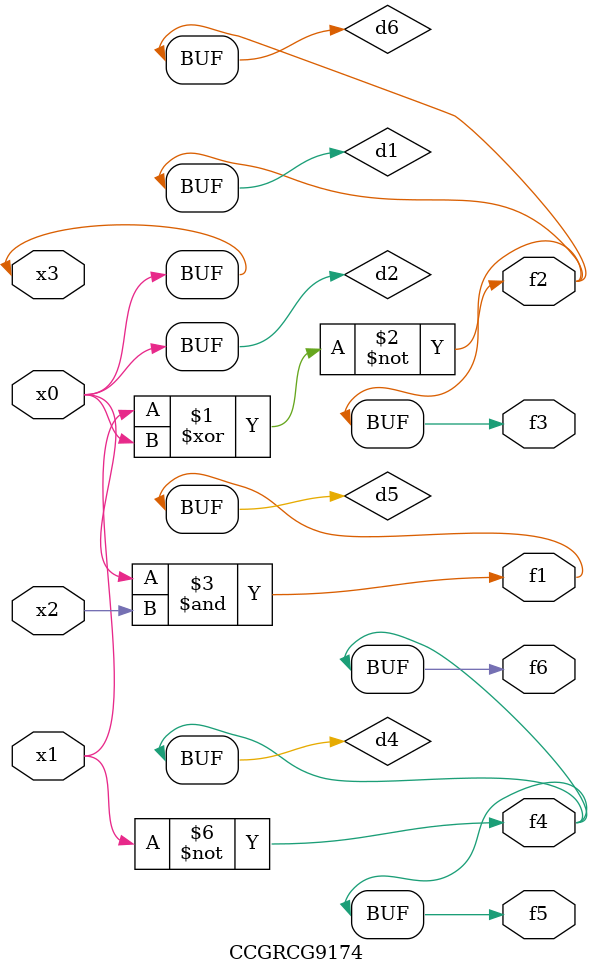
<source format=v>
module CCGRCG9174(
	input x0, x1, x2, x3,
	output f1, f2, f3, f4, f5, f6
);

	wire d1, d2, d3, d4, d5, d6;

	xnor (d1, x1, x3);
	buf (d2, x0, x3);
	nand (d3, x0, x2);
	not (d4, x1);
	nand (d5, d3);
	or (d6, d1);
	assign f1 = d5;
	assign f2 = d6;
	assign f3 = d6;
	assign f4 = d4;
	assign f5 = d4;
	assign f6 = d4;
endmodule

</source>
